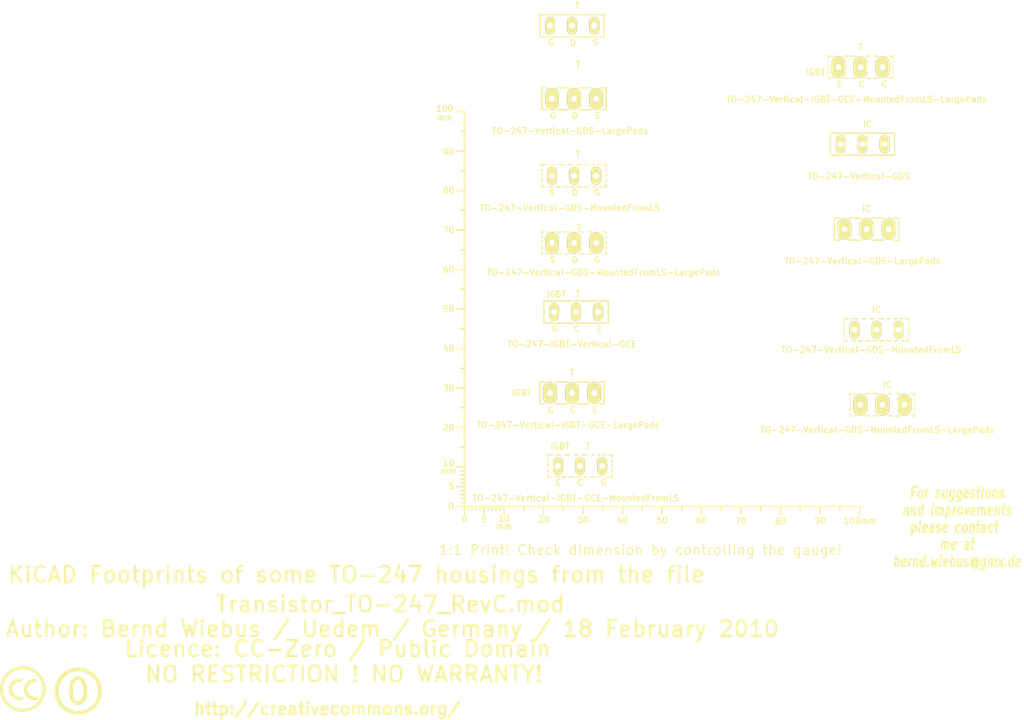
<source format=kicad_pcb>
(kicad_pcb (version 3) (host pcbnew "(2013-03-30 BZR 4007)-stable")

  (general
    (links 0)
    (no_connects 0)
    (area -16.90696 13.2516 274.043066 197.1694)
    (thickness 1.6002)
    (drawings 7)
    (tracks 0)
    (zones 0)
    (modules 15)
    (nets 1)
  )

  (page A4)
  (layers
    (15 Vorderseite signal)
    (0 Rückseite signal)
    (16 B.Adhes user)
    (17 F.Adhes user)
    (18 B.Paste user)
    (19 F.Paste user)
    (20 B.SilkS user)
    (21 F.SilkS user)
    (22 B.Mask user)
    (23 F.Mask user)
    (24 Dwgs.User user)
    (25 Cmts.User user)
    (26 Eco1.User user)
    (27 Eco2.User user)
    (28 Edge.Cuts user)
  )

  (setup
    (last_trace_width 0.2032)
    (trace_clearance 0.254)
    (zone_clearance 0.508)
    (zone_45_only no)
    (trace_min 0.2032)
    (segment_width 0.381)
    (edge_width 0.381)
    (via_size 0.889)
    (via_drill 0.635)
    (via_min_size 0.889)
    (via_min_drill 0.508)
    (uvia_size 0.508)
    (uvia_drill 0.127)
    (uvias_allowed no)
    (uvia_min_size 0.508)
    (uvia_min_drill 0.127)
    (pcb_text_width 0.3048)
    (pcb_text_size 1.524 2.032)
    (mod_edge_width 0.381)
    (mod_text_size 1.524 1.524)
    (mod_text_width 0.3048)
    (pad_size 4.0005 4.0005)
    (pad_drill 4.0005)
    (pad_to_mask_clearance 0.254)
    (aux_axis_origin 0 0)
    (visible_elements 7FFFFFFF)
    (pcbplotparams
      (layerselection 3178497)
      (usegerberextensions true)
      (excludeedgelayer true)
      (linewidth 60)
      (plotframeref false)
      (viasonmask false)
      (mode 1)
      (useauxorigin false)
      (hpglpennumber 1)
      (hpglpenspeed 20)
      (hpglpendiameter 15)
      (hpglpenoverlay 0)
      (psnegative false)
      (psa4output false)
      (plotreference true)
      (plotvalue true)
      (plotothertext true)
      (plotinvisibletext false)
      (padsonsilk false)
      (subtractmaskfromsilk false)
      (outputformat 1)
      (mirror false)
      (drillshape 1)
      (scaleselection 1)
      (outputdirectory ""))
  )

  (net 0 "")

  (net_class Default "Dies ist die voreingestellte Netzklasse."
    (clearance 0.254)
    (trace_width 0.2032)
    (via_dia 0.889)
    (via_drill 0.635)
    (uvia_dia 0.508)
    (uvia_drill 0.127)
    (add_net "")
  )

  (module Gauge_100mm_Type2_SilkScreenTop_RevA_Date22Jun2010 (layer Vorderseite) (tedit 4D963937) (tstamp 4D88F07A)
    (at 132.75056 141.2494)
    (descr "Gauge, Massstab, 100mm, SilkScreenTop, Type 2,")
    (tags "Gauge, Massstab, 100mm, SilkScreenTop, Type 2,")
    (path Gauge_100mm_Type2_SilkScreenTop_RevA_Date22Jun2010)
    (fp_text reference MSC (at 4.0005 8.99922) (layer F.SilkS) hide
      (effects (font (size 1.524 1.524) (thickness 0.3048)))
    )
    (fp_text value Gauge_100mm_Type2_SilkScreenTop_RevA_Date22Jun2010 (at 45.9994 8.99922) (layer F.SilkS) hide
      (effects (font (size 1.524 1.524) (thickness 0.3048)))
    )
    (fp_text user mm (at 9.99998 5.00126) (layer F.SilkS)
      (effects (font (size 1.524 1.524) (thickness 0.3048)))
    )
    (fp_text user mm (at -4.0005 -8.99922) (layer F.SilkS)
      (effects (font (size 1.524 1.524) (thickness 0.3048)))
    )
    (fp_text user mm (at -5.00126 -98.5012) (layer F.SilkS)
      (effects (font (size 1.524 1.524) (thickness 0.3048)))
    )
    (fp_text user 10 (at 10.00506 3.0988) (layer F.SilkS)
      (effects (font (size 1.50114 1.50114) (thickness 0.29972)))
    )
    (fp_text user 0 (at 0.00508 3.19786) (layer F.SilkS)
      (effects (font (size 1.39954 1.50114) (thickness 0.29972)))
    )
    (fp_text user 5 (at 5.0038 3.29946) (layer F.SilkS)
      (effects (font (size 1.50114 1.50114) (thickness 0.29972)))
    )
    (fp_text user 20 (at 20.1041 3.29946) (layer F.SilkS)
      (effects (font (size 1.50114 1.50114) (thickness 0.29972)))
    )
    (fp_text user 30 (at 30.00502 3.39852) (layer F.SilkS)
      (effects (font (size 1.50114 1.50114) (thickness 0.29972)))
    )
    (fp_text user 40 (at 40.005 3.50012) (layer F.SilkS)
      (effects (font (size 1.50114 1.50114) (thickness 0.29972)))
    )
    (fp_text user 50 (at 50.00498 3.50012) (layer F.SilkS)
      (effects (font (size 1.50114 1.50114) (thickness 0.29972)))
    )
    (fp_text user 60 (at 60.00496 3.50012) (layer F.SilkS)
      (effects (font (size 1.50114 1.50114) (thickness 0.29972)))
    )
    (fp_text user 70 (at 70.00494 3.70078) (layer F.SilkS)
      (effects (font (size 1.50114 1.50114) (thickness 0.29972)))
    )
    (fp_text user 80 (at 80.00492 3.79984) (layer F.SilkS)
      (effects (font (size 1.50114 1.50114) (thickness 0.29972)))
    )
    (fp_text user 90 (at 90.1065 3.60172) (layer F.SilkS)
      (effects (font (size 1.50114 1.50114) (thickness 0.29972)))
    )
    (fp_text user 100mm (at 100.10648 3.60172) (layer F.SilkS)
      (effects (font (size 1.50114 1.50114) (thickness 0.29972)))
    )
    (fp_line (start 0 -8.99922) (end -1.00076 -8.99922) (layer F.SilkS) (width 0.381))
    (fp_line (start 0 -8.001) (end -1.00076 -8.001) (layer F.SilkS) (width 0.381))
    (fp_line (start 0 -7.00024) (end -1.00076 -7.00024) (layer F.SilkS) (width 0.381))
    (fp_line (start 0 -5.99948) (end -1.00076 -5.99948) (layer F.SilkS) (width 0.381))
    (fp_line (start 0 -4.0005) (end -1.00076 -4.0005) (layer F.SilkS) (width 0.381))
    (fp_line (start 0 -2.99974) (end -1.00076 -2.99974) (layer F.SilkS) (width 0.381))
    (fp_line (start 0 -1.99898) (end -1.00076 -1.99898) (layer F.SilkS) (width 0.381))
    (fp_line (start 0 -1.00076) (end -1.00076 -1.00076) (layer F.SilkS) (width 0.381))
    (fp_line (start 0 0) (end -1.99898 0) (layer F.SilkS) (width 0.381))
    (fp_line (start 0 -5.00126) (end -1.99898 -5.00126) (layer F.SilkS) (width 0.381))
    (fp_line (start 0 -9.99998) (end -1.99898 -9.99998) (layer F.SilkS) (width 0.381))
    (fp_line (start 0 -15.00124) (end -1.00076 -15.00124) (layer F.SilkS) (width 0.381))
    (fp_line (start 0 -19.99996) (end -1.99898 -19.99996) (layer F.SilkS) (width 0.381))
    (fp_line (start 0 -25.00122) (end -1.00076 -25.00122) (layer F.SilkS) (width 0.381))
    (fp_line (start 0 -29.99994) (end -1.99898 -29.99994) (layer F.SilkS) (width 0.381))
    (fp_line (start 0 -35.0012) (end -1.00076 -35.0012) (layer F.SilkS) (width 0.381))
    (fp_line (start 0 -39.99992) (end -1.99898 -39.99992) (layer F.SilkS) (width 0.381))
    (fp_line (start 0 -45.00118) (end -1.00076 -45.00118) (layer F.SilkS) (width 0.381))
    (fp_line (start 0 -49.9999) (end -1.99898 -49.9999) (layer F.SilkS) (width 0.381))
    (fp_line (start 0 -55.00116) (end -1.00076 -55.00116) (layer F.SilkS) (width 0.381))
    (fp_line (start 0 -59.99988) (end -1.99898 -59.99988) (layer F.SilkS) (width 0.381))
    (fp_line (start 0 -65.00114) (end -1.00076 -65.00114) (layer F.SilkS) (width 0.381))
    (fp_line (start 0 -69.99986) (end -1.99898 -69.99986) (layer F.SilkS) (width 0.381))
    (fp_line (start 0 -75.00112) (end -1.00076 -75.00112) (layer F.SilkS) (width 0.381))
    (fp_line (start 0 -79.99984) (end -1.99898 -79.99984) (layer F.SilkS) (width 0.381))
    (fp_line (start 0 -85.0011) (end -1.00076 -85.0011) (layer F.SilkS) (width 0.381))
    (fp_line (start 0 -89.99982) (end -1.99898 -89.99982) (layer F.SilkS) (width 0.381))
    (fp_line (start 0 -95.00108) (end -1.00076 -95.00108) (layer F.SilkS) (width 0.381))
    (fp_line (start 0 0) (end 0 -99.9998) (layer F.SilkS) (width 0.381))
    (fp_line (start 0 -99.9998) (end -1.99898 -99.9998) (layer F.SilkS) (width 0.381))
    (fp_text user 100 (at -4.99872 -100.7491) (layer F.SilkS)
      (effects (font (size 1.50114 1.50114) (thickness 0.29972)))
    )
    (fp_text user 90 (at -4.0005 -89.7509) (layer F.SilkS)
      (effects (font (size 1.50114 1.50114) (thickness 0.29972)))
    )
    (fp_text user 80 (at -4.0005 -79.99984) (layer F.SilkS)
      (effects (font (size 1.50114 1.50114) (thickness 0.29972)))
    )
    (fp_text user 70 (at -4.0005 -69.99986) (layer F.SilkS)
      (effects (font (size 1.50114 1.50114) (thickness 0.29972)))
    )
    (fp_text user 60 (at -4.0005 -59.99988) (layer F.SilkS)
      (effects (font (size 1.50114 1.50114) (thickness 0.29972)))
    )
    (fp_text user 50 (at -4.0005 -49.9999) (layer F.SilkS)
      (effects (font (size 1.50114 1.50114) (thickness 0.34036)))
    )
    (fp_text user 40 (at -4.0005 -39.99992) (layer F.SilkS)
      (effects (font (size 1.50114 1.50114) (thickness 0.29972)))
    )
    (fp_text user 30 (at -4.0005 -29.99994) (layer F.SilkS)
      (effects (font (size 1.50114 1.50114) (thickness 0.29972)))
    )
    (fp_text user 20 (at -4.0005 -19.99996) (layer F.SilkS)
      (effects (font (size 1.50114 1.50114) (thickness 0.29972)))
    )
    (fp_line (start 95.00108 0) (end 95.00108 1.00076) (layer F.SilkS) (width 0.381))
    (fp_line (start 89.99982 0) (end 89.99982 1.99898) (layer F.SilkS) (width 0.381))
    (fp_line (start 85.0011 0) (end 85.0011 1.00076) (layer F.SilkS) (width 0.381))
    (fp_line (start 79.99984 0) (end 79.99984 1.99898) (layer F.SilkS) (width 0.381))
    (fp_line (start 75.00112 0) (end 75.00112 1.00076) (layer F.SilkS) (width 0.381))
    (fp_line (start 69.99986 0) (end 69.99986 1.99898) (layer F.SilkS) (width 0.381))
    (fp_line (start 65.00114 0) (end 65.00114 1.00076) (layer F.SilkS) (width 0.381))
    (fp_line (start 59.99988 0) (end 59.99988 1.99898) (layer F.SilkS) (width 0.381))
    (fp_line (start 55.00116 0) (end 55.00116 1.00076) (layer F.SilkS) (width 0.381))
    (fp_line (start 49.9999 0) (end 49.9999 1.99898) (layer F.SilkS) (width 0.381))
    (fp_line (start 45.00118 0) (end 45.00118 1.00076) (layer F.SilkS) (width 0.381))
    (fp_line (start 39.99992 0) (end 39.99992 1.99898) (layer F.SilkS) (width 0.381))
    (fp_line (start 35.0012 0) (end 35.0012 1.00076) (layer F.SilkS) (width 0.381))
    (fp_line (start 29.99994 0) (end 29.99994 1.99898) (layer F.SilkS) (width 0.381))
    (fp_line (start 25.00122 0) (end 25.00122 1.00076) (layer F.SilkS) (width 0.381))
    (fp_line (start 19.99996 0) (end 19.99996 1.99898) (layer F.SilkS) (width 0.381))
    (fp_line (start 15.00124 0) (end 15.00124 1.00076) (layer F.SilkS) (width 0.381))
    (fp_line (start 9.99998 0) (end 99.9998 0) (layer F.SilkS) (width 0.381))
    (fp_line (start 99.9998 0) (end 99.9998 1.99898) (layer F.SilkS) (width 0.381))
    (fp_text user 5 (at -3.302 -5.10286) (layer F.SilkS)
      (effects (font (size 1.50114 1.50114) (thickness 0.29972)))
    )
    (fp_text user 0 (at -3.4036 -0.10414) (layer F.SilkS)
      (effects (font (size 1.50114 1.50114) (thickness 0.29972)))
    )
    (fp_text user 10 (at -4.0005 -11.00074) (layer F.SilkS)
      (effects (font (size 1.50114 1.50114) (thickness 0.29972)))
    )
    (fp_line (start 8.99922 0) (end 8.99922 1.00076) (layer F.SilkS) (width 0.381))
    (fp_line (start 8.001 0) (end 8.001 1.00076) (layer F.SilkS) (width 0.381))
    (fp_line (start 7.00024 0) (end 7.00024 1.00076) (layer F.SilkS) (width 0.381))
    (fp_line (start 5.99948 0) (end 5.99948 1.00076) (layer F.SilkS) (width 0.381))
    (fp_line (start 4.0005 0) (end 4.0005 1.00076) (layer F.SilkS) (width 0.381))
    (fp_line (start 2.99974 0) (end 2.99974 1.00076) (layer F.SilkS) (width 0.381))
    (fp_line (start 1.99898 0) (end 1.99898 1.00076) (layer F.SilkS) (width 0.381))
    (fp_line (start 1.00076 0) (end 1.00076 1.00076) (layer F.SilkS) (width 0.381))
    (fp_line (start 5.00126 0) (end 5.00126 1.99898) (layer F.SilkS) (width 0.381))
    (fp_line (start 0 0) (end 0 1.99898) (layer F.SilkS) (width 0.381))
    (fp_line (start 0 0) (end 9.99998 0) (layer F.SilkS) (width 0.381))
    (fp_line (start 9.99998 0) (end 9.99998 1.99898) (layer F.SilkS) (width 0.381))
  )

  (module Symbol_CC-PublicDomain_SilkScreenTop_Big (layer Vorderseite) (tedit 515D641F) (tstamp 515F0B64)
    (at 35 188)
    (descr "Symbol, CC-PublicDomain, SilkScreen Top, Big,")
    (tags "Symbol, CC-PublicDomain, SilkScreen Top, Big,")
    (path Symbol_CC-Noncommercial_CopperTop_Big)
    (fp_text reference Sym (at 0.59944 -7.29996) (layer F.SilkS) hide
      (effects (font (size 1.524 1.524) (thickness 0.3048)))
    )
    (fp_text value Symbol_CC-PublicDomain_SilkScreenTop_Big (at 0.59944 8.001) (layer F.SilkS) hide
      (effects (font (size 1.524 1.524) (thickness 0.3048)))
    )
    (fp_circle (center 0 0) (end 5.8 -0.05) (layer F.SilkS) (width 0.381))
    (fp_circle (center 0 0) (end 5.5 0) (layer F.SilkS) (width 0.381))
    (fp_circle (center 0.05 0) (end 5.25 0) (layer F.SilkS) (width 0.381))
    (fp_line (start 1.1 -2.5) (end 1.4 -1.9) (layer F.SilkS) (width 0.381))
    (fp_line (start -1.8 1.2) (end -1.6 1.9) (layer F.SilkS) (width 0.381))
    (fp_line (start -1.6 1.9) (end -1.2 2.5) (layer F.SilkS) (width 0.381))
    (fp_line (start 0 -3) (end 0.75 -2.75) (layer F.SilkS) (width 0.381))
    (fp_line (start 0.75 -2.75) (end 1 -2.25) (layer F.SilkS) (width 0.381))
    (fp_line (start 1 -2.25) (end 1.5 -1) (layer F.SilkS) (width 0.381))
    (fp_line (start 1.5 -1) (end 1.5 -0.5) (layer F.SilkS) (width 0.381))
    (fp_line (start 1.5 -0.5) (end 1.5 0.5) (layer F.SilkS) (width 0.381))
    (fp_line (start 1.5 0.5) (end 1.25 1.5) (layer F.SilkS) (width 0.381))
    (fp_line (start 1.25 1.5) (end 0.75 2.5) (layer F.SilkS) (width 0.381))
    (fp_line (start 0.75 2.5) (end 0.25 2.75) (layer F.SilkS) (width 0.381))
    (fp_line (start 0.25 2.75) (end -0.25 2.75) (layer F.SilkS) (width 0.381))
    (fp_line (start -0.25 2.75) (end -0.75 2.5) (layer F.SilkS) (width 0.381))
    (fp_line (start -0.75 2.5) (end -1.25 1.75) (layer F.SilkS) (width 0.381))
    (fp_line (start -1.25 1.75) (end -1.5 0.75) (layer F.SilkS) (width 0.381))
    (fp_line (start -1.5 0.75) (end -1.5 -0.75) (layer F.SilkS) (width 0.381))
    (fp_line (start -1.5 -0.75) (end -1.25 -1.75) (layer F.SilkS) (width 0.381))
    (fp_line (start -1.25 -1.75) (end -1 -2.5) (layer F.SilkS) (width 0.381))
    (fp_line (start -1 -2.5) (end -0.3 -2.9) (layer F.SilkS) (width 0.381))
    (fp_line (start -0.3 -2.9) (end 0.2 -3) (layer F.SilkS) (width 0.381))
    (fp_line (start 0.2 -3) (end 0.8 -3) (layer F.SilkS) (width 0.381))
    (fp_line (start 0.8 -3) (end 1.4 -2.3) (layer F.SilkS) (width 0.381))
    (fp_line (start 1.4 -2.3) (end 1.6 -1.4) (layer F.SilkS) (width 0.381))
    (fp_line (start 1.6 -1.4) (end 1.7 -0.3) (layer F.SilkS) (width 0.381))
    (fp_line (start 1.7 -0.3) (end 1.7 0.9) (layer F.SilkS) (width 0.381))
    (fp_line (start 1.7 0.9) (end 1.4 1.8) (layer F.SilkS) (width 0.381))
    (fp_line (start 1.4 1.8) (end 1 2.7) (layer F.SilkS) (width 0.381))
    (fp_line (start 1 2.7) (end 0.5 3) (layer F.SilkS) (width 0.381))
    (fp_line (start 0.5 3) (end -0.4 3) (layer F.SilkS) (width 0.381))
    (fp_line (start -0.4 3) (end -1.3 2.3) (layer F.SilkS) (width 0.381))
    (fp_line (start -1.3 2.3) (end -1.7 1) (layer F.SilkS) (width 0.381))
    (fp_line (start -1.7 1) (end -1.8 -0.7) (layer F.SilkS) (width 0.381))
    (fp_line (start -1.8 -0.7) (end -1.4 -2.2) (layer F.SilkS) (width 0.381))
    (fp_line (start -1.4 -2.2) (end -1 -2.9) (layer F.SilkS) (width 0.381))
    (fp_line (start -1 -2.9) (end -0.2 -3.3) (layer F.SilkS) (width 0.381))
    (fp_line (start -0.2 -3.3) (end 0.7 -3.2) (layer F.SilkS) (width 0.381))
    (fp_line (start 0.7 -3.2) (end 1.3 -3.1) (layer F.SilkS) (width 0.381))
    (fp_line (start 1.3 -3.1) (end 1.7 -2.4) (layer F.SilkS) (width 0.381))
    (fp_line (start 1.7 -2.4) (end 2 -1.6) (layer F.SilkS) (width 0.381))
    (fp_line (start 2 -1.6) (end 2.1 -0.6) (layer F.SilkS) (width 0.381))
    (fp_line (start 2.1 -0.6) (end 2.1 0.3) (layer F.SilkS) (width 0.381))
    (fp_line (start 2.1 0.3) (end 2.1 1.3) (layer F.SilkS) (width 0.381))
    (fp_line (start 2.1 1.3) (end 1.9 1.8) (layer F.SilkS) (width 0.381))
    (fp_line (start 1.9 1.8) (end 1.5 2.6) (layer F.SilkS) (width 0.381))
    (fp_line (start 1.5 2.6) (end 1.1 3) (layer F.SilkS) (width 0.381))
    (fp_line (start 1.1 3) (end 0.4 3.3) (layer F.SilkS) (width 0.381))
    (fp_line (start 0.4 3.3) (end -0.1 3.4) (layer F.SilkS) (width 0.381))
    (fp_line (start -0.1 3.4) (end -0.8 3.2) (layer F.SilkS) (width 0.381))
    (fp_line (start -0.8 3.2) (end -1.5 2.6) (layer F.SilkS) (width 0.381))
    (fp_line (start -1.5 2.6) (end -1.9 1.7) (layer F.SilkS) (width 0.381))
    (fp_line (start -1.9 1.7) (end -2.1 0.4) (layer F.SilkS) (width 0.381))
    (fp_line (start -2.1 0.4) (end -2.1 -0.6) (layer F.SilkS) (width 0.381))
    (fp_line (start -2.1 -0.6) (end -2 -1.6) (layer F.SilkS) (width 0.381))
    (fp_line (start -2 -1.6) (end -1.7 -2.4) (layer F.SilkS) (width 0.381))
    (fp_line (start -1.7 -2.4) (end -1.2 -3.1) (layer F.SilkS) (width 0.381))
    (fp_line (start -1.2 -3.1) (end -0.4 -3.6) (layer F.SilkS) (width 0.381))
    (fp_line (start -0.4 -3.6) (end 0.4 -3.6) (layer F.SilkS) (width 0.381))
    (fp_line (start 0.4 -3.6) (end 1.1 -3.2) (layer F.SilkS) (width 0.381))
    (fp_line (start 1.1 -3.2) (end 1.1 -2.9) (layer F.SilkS) (width 0.381))
    (fp_line (start 1.1 -2.9) (end 1.8 -1.5) (layer F.SilkS) (width 0.381))
    (fp_line (start 1.8 -1.5) (end 1.8 -0.4) (layer F.SilkS) (width 0.381))
    (fp_line (start 1.8 -0.4) (end 1.8 1.1) (layer F.SilkS) (width 0.381))
    (fp_line (start 1.8 1.1) (end 1.2 2.6) (layer F.SilkS) (width 0.381))
    (fp_line (start 1.2 2.6) (end 0.2 3.2) (layer F.SilkS) (width 0.381))
    (fp_line (start 0.2 3.2) (end -0.5 3.2) (layer F.SilkS) (width 0.381))
    (fp_line (start -0.5 3.2) (end -1.1 2.7) (layer F.SilkS) (width 0.381))
    (fp_line (start -1.1 2.7) (end -1.9 0.6) (layer F.SilkS) (width 0.381))
    (fp_line (start -1.9 0.6) (end -1.7 -1.9) (layer F.SilkS) (width 0.381))
  )

  (module Symbol_CreativeCommons_SilkScreenTop_Type2_Big (layer Vorderseite) (tedit 515D640C) (tstamp 515F46B2)
    (at 21 187.5)
    (descr "Symbol, Creative Commons, SilkScreen Top, Type 2, Big,")
    (tags "Symbol, Creative Commons, SilkScreen Top, Type 2, Big,")
    (path Symbol_CreativeCommons_CopperTop_Type2_Big)
    (fp_text reference Sym (at 0.59944 -7.29996) (layer F.SilkS) hide
      (effects (font (size 1.524 1.524) (thickness 0.3048)))
    )
    (fp_text value Symbol_CreativeCommons_Typ2_SilkScreenTop_Big (at 0.59944 8.001) (layer F.SilkS) hide
      (effects (font (size 1.524 1.524) (thickness 0.3048)))
    )
    (fp_line (start -0.70104 2.70002) (end -0.29972 2.60096) (layer F.SilkS) (width 0.381))
    (fp_line (start -0.29972 2.60096) (end -0.20066 2.10058) (layer F.SilkS) (width 0.381))
    (fp_line (start -2.49936 -1.69926) (end -2.70002 -1.6002) (layer F.SilkS) (width 0.381))
    (fp_line (start -2.70002 -1.6002) (end -3.0988 -1.00076) (layer F.SilkS) (width 0.381))
    (fp_line (start -3.0988 -1.00076) (end -3.29946 -0.50038) (layer F.SilkS) (width 0.381))
    (fp_line (start -3.29946 -0.50038) (end -3.40106 0.39878) (layer F.SilkS) (width 0.381))
    (fp_line (start -3.40106 0.39878) (end -3.29946 0.89916) (layer F.SilkS) (width 0.381))
    (fp_line (start -0.19812 2.4003) (end -0.29718 2.59842) (layer F.SilkS) (width 0.381))
    (fp_line (start 3.70078 2.10058) (end 3.79984 2.4003) (layer F.SilkS) (width 0.381))
    (fp_line (start 2.99974 -2.4003) (end 3.29946 -2.30124) (layer F.SilkS) (width 0.381))
    (fp_line (start 3.29946 -2.30124) (end 3.0988 -1.99898) (layer F.SilkS) (width 0.381))
    (fp_line (start 0 -5.40004) (end -0.50038 -5.40004) (layer F.SilkS) (width 0.381))
    (fp_line (start -0.50038 -5.40004) (end -1.30048 -5.10032) (layer F.SilkS) (width 0.381))
    (fp_line (start -1.30048 -5.10032) (end -1.99898 -4.89966) (layer F.SilkS) (width 0.381))
    (fp_line (start -1.99898 -4.89966) (end -2.70002 -4.699) (layer F.SilkS) (width 0.381))
    (fp_line (start -2.70002 -4.699) (end -3.29946 -4.20116) (layer F.SilkS) (width 0.381))
    (fp_line (start -3.29946 -4.20116) (end -4.0005 -3.59918) (layer F.SilkS) (width 0.381))
    (fp_line (start -4.0005 -3.59918) (end -4.50088 -2.99974) (layer F.SilkS) (width 0.381))
    (fp_line (start -4.50088 -2.99974) (end -5.00126 -2.10058) (layer F.SilkS) (width 0.381))
    (fp_line (start -5.00126 -2.10058) (end -5.30098 -1.09982) (layer F.SilkS) (width 0.381))
    (fp_line (start -5.30098 -1.09982) (end -5.40004 0.09906) (layer F.SilkS) (width 0.381))
    (fp_line (start -5.40004 0.09906) (end -5.19938 1.30048) (layer F.SilkS) (width 0.381))
    (fp_line (start -5.19938 1.30048) (end -4.8006 2.4003) (layer F.SilkS) (width 0.381))
    (fp_line (start -4.8006 2.4003) (end -3.79984 3.8989) (layer F.SilkS) (width 0.381))
    (fp_line (start -3.79984 3.8989) (end -2.60096 4.8006) (layer F.SilkS) (width 0.381))
    (fp_line (start -2.60096 4.8006) (end -1.30048 5.30098) (layer F.SilkS) (width 0.381))
    (fp_line (start -1.30048 5.30098) (end 0.09906 5.30098) (layer F.SilkS) (width 0.381))
    (fp_line (start 0.09906 5.30098) (end 1.6002 5.19938) (layer F.SilkS) (width 0.381))
    (fp_line (start 1.6002 5.19938) (end 2.60096 4.699) (layer F.SilkS) (width 0.381))
    (fp_line (start 2.60096 4.699) (end 4.20116 3.40106) (layer F.SilkS) (width 0.381))
    (fp_line (start 4.20116 3.40106) (end 5.00126 1.80086) (layer F.SilkS) (width 0.381))
    (fp_line (start 5.00126 1.80086) (end 5.40004 0.29972) (layer F.SilkS) (width 0.381))
    (fp_line (start 5.40004 0.29972) (end 5.19938 -1.39954) (layer F.SilkS) (width 0.381))
    (fp_line (start 5.19938 -1.39954) (end 4.699 -2.49936) (layer F.SilkS) (width 0.381))
    (fp_line (start 4.699 -2.49936) (end 3.40106 -4.09956) (layer F.SilkS) (width 0.381))
    (fp_line (start 3.40106 -4.09956) (end 2.4003 -4.8006) (layer F.SilkS) (width 0.381))
    (fp_line (start 2.4003 -4.8006) (end 1.39954 -5.19938) (layer F.SilkS) (width 0.381))
    (fp_line (start 1.39954 -5.19938) (end 0 -5.30098) (layer F.SilkS) (width 0.381))
    (fp_line (start 0.60198 -0.70104) (end 0.50292 -0.20066) (layer F.SilkS) (width 0.381))
    (fp_line (start 0.50292 -0.20066) (end 0.50292 0.49784) (layer F.SilkS) (width 0.381))
    (fp_line (start 0.50292 0.49784) (end 0.60198 1.09982) (layer F.SilkS) (width 0.381))
    (fp_line (start 0.60198 1.09982) (end 1.00076 1.69926) (layer F.SilkS) (width 0.381))
    (fp_line (start 1.00076 1.69926) (end 1.50114 2.19964) (layer F.SilkS) (width 0.381))
    (fp_line (start 1.50114 2.19964) (end 2.10058 2.49936) (layer F.SilkS) (width 0.381))
    (fp_line (start 2.10058 2.49936) (end 2.60096 2.59842) (layer F.SilkS) (width 0.381))
    (fp_line (start 2.60096 2.59842) (end 3.00228 2.59842) (layer F.SilkS) (width 0.381))
    (fp_line (start 3.00228 2.59842) (end 3.40106 2.59842) (layer F.SilkS) (width 0.381))
    (fp_line (start 3.40106 2.59842) (end 3.80238 2.49936) (layer F.SilkS) (width 0.381))
    (fp_line (start 3.80238 2.49936) (end 3.70078 2.2987) (layer F.SilkS) (width 0.381))
    (fp_line (start 3.70078 2.2987) (end 2.80162 2.4003) (layer F.SilkS) (width 0.381))
    (fp_line (start 2.80162 2.4003) (end 1.80086 2.09804) (layer F.SilkS) (width 0.381))
    (fp_line (start 1.80086 2.09804) (end 1.20142 1.6002) (layer F.SilkS) (width 0.381))
    (fp_line (start 1.20142 1.6002) (end 0.80264 0.6985) (layer F.SilkS) (width 0.381))
    (fp_line (start 0.80264 0.6985) (end 0.70104 -0.29972) (layer F.SilkS) (width 0.381))
    (fp_line (start 0.70104 -0.29972) (end 1.00076 -1.00076) (layer F.SilkS) (width 0.381))
    (fp_line (start 1.00076 -1.00076) (end 1.60274 -1.7018) (layer F.SilkS) (width 0.381))
    (fp_line (start 1.60274 -1.7018) (end 2.30124 -2.10058) (layer F.SilkS) (width 0.381))
    (fp_line (start 2.30124 -2.10058) (end 3.00228 -2.10058) (layer F.SilkS) (width 0.381))
    (fp_line (start 3.00228 -2.10058) (end 3.10134 -1.89992) (layer F.SilkS) (width 0.381))
    (fp_line (start 3.10134 -1.89992) (end 2.5019 -1.89992) (layer F.SilkS) (width 0.381))
    (fp_line (start 2.5019 -1.89992) (end 1.80086 -1.6002) (layer F.SilkS) (width 0.381))
    (fp_line (start 1.80086 -1.6002) (end 1.30048 -1.00076) (layer F.SilkS) (width 0.381))
    (fp_line (start 1.30048 -1.00076) (end 1.00076 -0.40132) (layer F.SilkS) (width 0.381))
    (fp_line (start 1.00076 -0.40132) (end 1.00076 0.09906) (layer F.SilkS) (width 0.381))
    (fp_line (start 1.00076 0.09906) (end 1.00076 0.6985) (layer F.SilkS) (width 0.381))
    (fp_line (start 1.00076 0.6985) (end 1.30048 1.19888) (layer F.SilkS) (width 0.381))
    (fp_line (start 1.30048 1.19888) (end 1.7018 1.69926) (layer F.SilkS) (width 0.381))
    (fp_line (start 1.7018 1.69926) (end 2.30124 1.99898) (layer F.SilkS) (width 0.381))
    (fp_line (start 2.30124 1.99898) (end 2.90068 2.09804) (layer F.SilkS) (width 0.381))
    (fp_line (start 2.90068 2.09804) (end 3.40106 2.09804) (layer F.SilkS) (width 0.381))
    (fp_line (start 3.40106 2.09804) (end 3.70078 1.99898) (layer F.SilkS) (width 0.381))
    (fp_line (start 3.00228 -2.4003) (end 2.40284 -2.4003) (layer F.SilkS) (width 0.381))
    (fp_line (start 2.40284 -2.4003) (end 2.00152 -2.20218) (layer F.SilkS) (width 0.381))
    (fp_line (start 2.00152 -2.20218) (end 1.50114 -2.00152) (layer F.SilkS) (width 0.381))
    (fp_line (start 1.50114 -2.00152) (end 1.10236 -1.6002) (layer F.SilkS) (width 0.381))
    (fp_line (start 1.10236 -1.6002) (end 0.80264 -1.09982) (layer F.SilkS) (width 0.381))
    (fp_line (start 0.80264 -1.09982) (end 0.60198 -0.70104) (layer F.SilkS) (width 0.381))
    (fp_line (start -0.39878 -1.99898) (end -0.89916 -1.99898) (layer F.SilkS) (width 0.381))
    (fp_line (start -0.89916 -1.99898) (end -1.39954 -1.89738) (layer F.SilkS) (width 0.381))
    (fp_line (start -1.39954 -1.89738) (end -1.89992 -1.59766) (layer F.SilkS) (width 0.381))
    (fp_line (start -1.89992 -1.59766) (end -2.4003 -1.19888) (layer F.SilkS) (width 0.381))
    (fp_line (start -2.4003 -1.30048) (end -2.70002 -0.8001) (layer F.SilkS) (width 0.381))
    (fp_line (start -2.70002 -0.8001) (end -2.79908 -0.29972) (layer F.SilkS) (width 0.381))
    (fp_line (start -2.79908 -0.29972) (end -2.79908 0.20066) (layer F.SilkS) (width 0.381))
    (fp_line (start -2.79908 0.20066) (end -2.59842 1.00076) (layer F.SilkS) (width 0.381))
    (fp_line (start -2.69748 1.00076) (end -2.39776 1.39954) (layer F.SilkS) (width 0.381))
    (fp_line (start -2.29616 1.4986) (end -1.79578 1.89992) (layer F.SilkS) (width 0.381))
    (fp_line (start -1.79578 1.89992) (end -1.29794 2.09804) (layer F.SilkS) (width 0.381))
    (fp_line (start -1.29794 2.09804) (end -0.89662 2.19964) (layer F.SilkS) (width 0.381))
    (fp_line (start -0.89662 2.19964) (end -0.49784 2.19964) (layer F.SilkS) (width 0.381))
    (fp_line (start -0.49784 2.19964) (end -0.19812 2.09804) (layer F.SilkS) (width 0.381))
    (fp_line (start -0.19812 2.09804) (end -0.29718 2.4003) (layer F.SilkS) (width 0.381))
    (fp_line (start -0.29718 2.4003) (end -0.89662 2.49936) (layer F.SilkS) (width 0.381))
    (fp_line (start -0.89662 2.49936) (end -1.59766 2.2987) (layer F.SilkS) (width 0.381))
    (fp_line (start -1.59766 2.2987) (end -2.29616 1.79832) (layer F.SilkS) (width 0.381))
    (fp_line (start -2.29616 1.79832) (end -2.79654 1.29794) (layer F.SilkS) (width 0.381))
    (fp_line (start -2.79908 1.39954) (end -2.99974 0.70104) (layer F.SilkS) (width 0.381))
    (fp_line (start -2.99974 0.70104) (end -3.0988 0) (layer F.SilkS) (width 0.381))
    (fp_line (start -3.0988 0) (end -2.99974 -0.59944) (layer F.SilkS) (width 0.381))
    (fp_line (start -2.99974 -0.8001) (end -2.70002 -1.30048) (layer F.SilkS) (width 0.381))
    (fp_line (start -2.70002 -1.09982) (end -2.19964 -1.6002) (layer F.SilkS) (width 0.381))
    (fp_line (start -2.19964 -1.69926) (end -1.69926 -1.99898) (layer F.SilkS) (width 0.381))
    (fp_line (start -1.69926 -1.99898) (end -1.19888 -2.19964) (layer F.SilkS) (width 0.381))
    (fp_line (start -1.19888 -2.19964) (end -0.6985 -2.19964) (layer F.SilkS) (width 0.381))
    (fp_line (start -0.6985 -2.19964) (end -0.29972 -2.19964) (layer F.SilkS) (width 0.381))
    (fp_line (start -0.29972 -2.19964) (end -0.20066 -2.39776) (layer F.SilkS) (width 0.381))
    (fp_line (start -0.20066 -2.39776) (end -0.59944 -2.49936) (layer F.SilkS) (width 0.381))
    (fp_line (start -0.59944 -2.49936) (end -1.00076 -2.49936) (layer F.SilkS) (width 0.381))
    (fp_line (start -1.00076 -2.49936) (end -1.4986 -2.39776) (layer F.SilkS) (width 0.381))
    (fp_line (start -1.4986 -2.39776) (end -2.10058 -2.09804) (layer F.SilkS) (width 0.381))
    (fp_line (start -2.10058 -2.09804) (end -2.59842 -1.69926) (layer F.SilkS) (width 0.381))
    (fp_line (start -2.59842 -1.6002) (end -3.0988 -0.89916) (layer F.SilkS) (width 0.381))
    (fp_line (start -3.0988 -0.89916) (end -3.29946 -0.29972) (layer F.SilkS) (width 0.381))
    (fp_line (start -3.29946 -0.29972) (end -3.29946 0.40132) (layer F.SilkS) (width 0.381))
    (fp_line (start -3.29946 0.40132) (end -3.2004 1.00076) (layer F.SilkS) (width 0.381))
    (fp_line (start -3.29946 0.8001) (end -2.99974 1.39954) (layer F.SilkS) (width 0.381))
    (fp_line (start -2.89814 1.4986) (end -2.49682 1.99898) (layer F.SilkS) (width 0.381))
    (fp_line (start -2.49682 1.99898) (end -1.89738 2.4003) (layer F.SilkS) (width 0.381))
    (fp_line (start -1.89738 2.4003) (end -1.19634 2.59842) (layer F.SilkS) (width 0.381))
    (fp_line (start -1.19634 2.59842) (end -0.69596 2.70002) (layer F.SilkS) (width 0.381))
    (fp_line (start -2.9972 1.19888) (end -2.59842 1.19888) (layer F.SilkS) (width 0.381))
    (fp_circle (center 0 0) (end 5.08 1.016) (layer F.SilkS) (width 0.381))
    (fp_circle (center 0 0) (end 5.588 0) (layer F.SilkS) (width 0.381))
  )

  (module TO-247_Vertical_FET-GDS (layer Vorderseite) (tedit 4BAE1FD3) (tstamp 51B0FB0F)
    (at 160 19.5)
    (descr "TO-247 TO-218 TOP-3 FET 1=Gate 2=Drain 3=Source Vertical")
    (tags "Transistor FET TO-247 TO-218 TOP-3 Vertical")
    (fp_text reference T (at 1.27 -5.08) (layer F.SilkS)
      (effects (font (size 1.524 1.524) (thickness 0.3048)))
    )
    (fp_text value TO-247-Vertical-GDS (at -1.016 8.128) (layer F.SilkS) hide
      (effects (font (size 1.524 1.524) (thickness 0.3048)))
    )
    (fp_text user S (at 5.9055 4.2545) (layer F.SilkS)
      (effects (font (size 1.50114 1.50114) (thickness 0.29972)))
    )
    (fp_text user D (at 0.254 4.318) (layer F.SilkS)
      (effects (font (size 1.50114 1.50114) (thickness 0.29972)))
    )
    (fp_text user G (at -5.334 4.2545) (layer F.SilkS)
      (effects (font (size 1.50114 1.50114) (thickness 0.29972)))
    )
    (fp_line (start 8.128 2.794) (end 8.128 -2.794) (layer F.SilkS) (width 0.381))
    (fp_line (start 8.128 -2.794) (end -8.128 -2.794) (layer F.SilkS) (width 0.381))
    (fp_line (start -8.128 -2.794) (end -8.128 2.794) (layer F.SilkS) (width 0.381))
    (fp_line (start -8.128 2.794) (end 8.128 2.794) (layer F.SilkS) (width 0.381))
    (pad D thru_hole oval (at 0 0 90) (size 4.50088 2.49936) (drill 1.50114)
      (layers *.Cu *.Mask F.SilkS)
    )
    (pad G thru_hole oval (at -5.588 0 90) (size 4.50088 2.49936) (drill 1.50114)
      (layers *.Cu *.Mask F.SilkS)
    )
    (pad S thru_hole oval (at 5.588 0 90) (size 4.50088 2.49936) (drill 1.50114)
      (layers *.Cu *.Mask F.SilkS)
    )
  )

  (module TO-247_Vertical_FET-GDS_largePads (layer Vorderseite) (tedit 51B04CCC) (tstamp 51B0FEDB)
    (at 160.5 38)
    (descr "TO-247 TO-218 TOP-3 FET 1=Gate 2=Drain 3=Source Vertical, large Pads")
    (tags "Transistor FET TO-247 TO-218 TOP-3 Vertical")
    (fp_text reference T (at 1.016 -8.636) (layer F.SilkS)
      (effects (font (size 1.524 1.524) (thickness 0.3048)))
    )
    (fp_text value TO-247-Vertical-GDS-LargePads (at -1.016 8.128) (layer F.SilkS)
      (effects (font (size 1.524 1.524) (thickness 0.3048)))
    )
    (fp_line (start 6.858 2.794) (end 8.128 2.794) (layer F.SilkS) (width 0.381))
    (fp_line (start 1.27 2.794) (end 4.318 2.794) (layer F.SilkS) (width 0.381))
    (fp_line (start -4.318 2.794) (end -1.27 2.794) (layer F.SilkS) (width 0.381))
    (fp_line (start -6.858 2.794) (end -8.128 2.794) (layer F.SilkS) (width 0.381))
    (fp_line (start 6.858 -2.794) (end 8.128 -2.794) (layer F.SilkS) (width 0.381))
    (fp_line (start 1.27 -2.794) (end 4.318 -2.794) (layer F.SilkS) (width 0.381))
    (fp_line (start -4.318 -2.794) (end -1.27 -2.794) (layer F.SilkS) (width 0.381))
    (fp_line (start -6.858 -2.794) (end -8.128 -2.794) (layer F.SilkS) (width 0.381))
    (fp_text user S (at 5.842 4.2545) (layer F.SilkS)
      (effects (font (size 1.50114 1.50114) (thickness 0.29972)))
    )
    (fp_text user D (at 0.1905 4.2545) (layer F.SilkS)
      (effects (font (size 1.50114 1.50114) (thickness 0.29972)))
    )
    (fp_text user G (at -5.2705 4.2545) (layer F.SilkS)
      (effects (font (size 1.50114 1.50114) (thickness 0.29972)))
    )
    (fp_line (start 8.128 2.794) (end 8.128 -2.794) (layer F.SilkS) (width 0.381))
    (fp_line (start -8.128 -2.794) (end -8.128 2.794) (layer F.SilkS) (width 0.381))
    (pad D thru_hole oval (at 0 0 90) (size 5.50164 3.50012) (drill 1.50114)
      (layers *.Cu *.Mask F.SilkS)
    )
    (pad G thru_hole oval (at -5.588 0 90) (size 5.50164 3.50012) (drill 1.50114)
      (layers *.Cu *.Mask F.SilkS)
    )
    (pad S thru_hole oval (at 5.588 0 90) (size 5.50164 3.50012) (drill 1.50114)
      (layers *.Cu *.Mask F.SilkS)
    )
  )

  (module TO-247_Vertical_FET-GDS_MountedFromLS (layer Vorderseite) (tedit 51B04CD9) (tstamp 51B102DB)
    (at 160.5 57.5)
    (descr "TO-247 TO-218 TOP-3 FET 1=Gate 2=Drain 3=Source, Vertical, Mounted from LS")
    (tags "Transistor FET TO-247 TO-218 TOP-3 Vertical, LS")
    (fp_text reference T (at 1 -5.5) (layer F.SilkS)
      (effects (font (size 1.524 1.524) (thickness 0.3048)))
    )
    (fp_text value TO-247-Vertical-GDS-MountedFromLS (at -1.016 8.128) (layer F.SilkS)
      (effects (font (size 1.524 1.524) (thickness 0.3048)))
    )
    (fp_line (start 8.128 1.016) (end 8.128 1.524) (layer F.SilkS) (width 0.381))
    (fp_line (start 8.128 -0.254) (end 8.128 0.254) (layer F.SilkS) (width 0.381))
    (fp_line (start 8.128 -1.524) (end 8.128 -1.016) (layer F.SilkS) (width 0.381))
    (fp_line (start 8.128 2.794) (end 8.128 2.286) (layer F.SilkS) (width 0.381))
    (fp_line (start 8.128 -2.794) (end 8.128 -2.286) (layer F.SilkS) (width 0.381))
    (fp_line (start -8.128 -1.27) (end -8.128 -1.524) (layer F.SilkS) (width 0.381))
    (fp_line (start -8.128 0) (end -8.128 -0.508) (layer F.SilkS) (width 0.381))
    (fp_line (start -8.128 1.524) (end -8.128 0.762) (layer F.SilkS) (width 0.381))
    (fp_line (start -8.128 2.794) (end -8.128 2.286) (layer F.SilkS) (width 0.381))
    (fp_line (start -8.128 -2.794) (end -8.128 -2.286) (layer F.SilkS) (width 0.381))
    (fp_line (start 7.366 2.794) (end 8.128 2.794) (layer F.SilkS) (width 0.381))
    (fp_line (start 6.35 2.794) (end 6.858 2.794) (layer F.SilkS) (width 0.381))
    (fp_line (start 4.572 2.794) (end 5.334 2.794) (layer F.SilkS) (width 0.381))
    (fp_line (start 2.54 2.794) (end 3.556 2.794) (layer F.SilkS) (width 0.381))
    (fp_line (start 1.27 2.794) (end 1.778 2.794) (layer F.SilkS) (width 0.381))
    (fp_line (start 1.27 2.794) (end 0.762 2.794) (layer F.SilkS) (width 0.381))
    (fp_line (start -1.016 2.794) (end 0 2.794) (layer F.SilkS) (width 0.381))
    (fp_line (start -2.794 2.794) (end -1.778 2.794) (layer F.SilkS) (width 0.381))
    (fp_line (start -4.572 2.794) (end -3.556 2.794) (layer F.SilkS) (width 0.381))
    (fp_line (start -6.35 2.794) (end -5.334 2.794) (layer F.SilkS) (width 0.381))
    (fp_line (start -8.128 2.794) (end -7.366 2.794) (layer F.SilkS) (width 0.381))
    (fp_line (start 5.08 -2.794) (end 4.572 -2.794) (layer F.SilkS) (width 0.381))
    (fp_line (start 6.604 -2.794) (end 5.842 -2.794) (layer F.SilkS) (width 0.381))
    (fp_line (start 8.128 -2.794) (end 7.366 -2.794) (layer F.SilkS) (width 0.381))
    (fp_line (start 2.794 -2.794) (end 3.556 -2.794) (layer F.SilkS) (width 0.381))
    (fp_line (start 0.508 -2.794) (end 1.778 -2.794) (layer F.SilkS) (width 0.381))
    (fp_line (start -1.524 -2.794) (end -0.508 -2.794) (layer F.SilkS) (width 0.381))
    (fp_line (start -3.81 -2.794) (end -2.54 -2.794) (layer F.SilkS) (width 0.381))
    (fp_line (start -6.096 -2.794) (end -4.826 -2.794) (layer F.SilkS) (width 0.381))
    (fp_line (start -8.128 -2.794) (end -7.112 -2.794) (layer F.SilkS) (width 0.381))
    (fp_text user S (at -5.588 4.2545) (layer F.SilkS)
      (effects (font (size 1.50114 1.50114) (thickness 0.29972)))
    )
    (fp_text user D (at 0.1905 4.2545) (layer F.SilkS)
      (effects (font (size 1.50114 1.50114) (thickness 0.29972)))
    )
    (fp_text user G (at 5.842 4.2545) (layer F.SilkS)
      (effects (font (size 1.50114 1.50114) (thickness 0.29972)))
    )
    (pad D thru_hole oval (at 0 0 90) (size 4.50088 2.49936) (drill 1.50114)
      (layers *.Cu *.Mask F.SilkS)
    )
    (pad S thru_hole oval (at -5.588 0 90) (size 4.50088 2.49936) (drill 1.50114)
      (layers *.Cu *.Mask F.SilkS)
    )
    (pad G thru_hole oval (at 5.588 0 90) (size 4.50088 2.49936) (drill 1.50114)
      (layers *.Cu *.Mask F.SilkS)
    )
  )

  (module TO-247_Vertical_FET-GDS_MountedFromLS_largePads (layer Vorderseite) (tedit 51B04CE5) (tstamp 51B106F9)
    (at 160.5 74.5)
    (descr "TO-247 TO-218 TOP-3 FET 1=Gate 2=Drain 3=Source, Vertical, Mounted from LS, large Pads,")
    (tags "Transistor FET TO-247 TO-218 TOP-3 Vertical, LS, large Pads")
    (fp_text reference T (at 1.27 -3.81) (layer F.SilkS)
      (effects (font (size 1.524 1.524) (thickness 0.3048)))
    )
    (fp_text value TO-247-Vertical-GDS-MountedFromLS-LargePads (at 7.5 7.5) (layer F.SilkS)
      (effects (font (size 1.524 1.524) (thickness 0.3048)))
    )
    (fp_line (start 1.524 -2.794) (end 2.286 -2.794) (layer F.SilkS) (width 0.381))
    (fp_line (start -2.54 -2.794) (end -1.27 -2.794) (layer F.SilkS) (width 0.381))
    (fp_line (start -4.318 -2.794) (end -3.302 -2.794) (layer F.SilkS) (width 0.381))
    (fp_line (start -7.62 -2.794) (end -8.128 -2.794) (layer F.SilkS) (width 0.381))
    (fp_line (start -8.128 -2.794) (end -7.874 -2.794) (layer F.SilkS) (width 0.381))
    (fp_line (start -6.858 -2.794) (end -7.112 -2.794) (layer F.SilkS) (width 0.381))
    (fp_line (start 2.54 2.794) (end 1.524 2.794) (layer F.SilkS) (width 0.381))
    (fp_line (start -7.112 2.794) (end -6.858 2.794) (layer F.SilkS) (width 0.381))
    (fp_line (start -7.874 2.794) (end -7.62 2.794) (layer F.SilkS) (width 0.381))
    (fp_line (start -4.318 2.794) (end -3.302 2.794) (layer F.SilkS) (width 0.381))
    (fp_line (start 8.128 1.016) (end 8.128 1.524) (layer F.SilkS) (width 0.381))
    (fp_line (start 8.128 -0.254) (end 8.128 0.254) (layer F.SilkS) (width 0.381))
    (fp_line (start 8.128 -1.524) (end 8.128 -1.016) (layer F.SilkS) (width 0.381))
    (fp_line (start 8.128 2.794) (end 8.128 2.286) (layer F.SilkS) (width 0.381))
    (fp_line (start 8.128 -2.794) (end 8.128 -2.286) (layer F.SilkS) (width 0.381))
    (fp_line (start -8.128 -1.27) (end -8.128 -1.524) (layer F.SilkS) (width 0.381))
    (fp_line (start -8.128 0) (end -8.128 -0.508) (layer F.SilkS) (width 0.381))
    (fp_line (start -8.128 1.524) (end -8.128 0.762) (layer F.SilkS) (width 0.381))
    (fp_line (start -8.128 2.794) (end -8.128 2.286) (layer F.SilkS) (width 0.381))
    (fp_line (start -8.128 -2.794) (end -8.128 -2.286) (layer F.SilkS) (width 0.381))
    (fp_line (start 7.366 2.794) (end 8.128 2.794) (layer F.SilkS) (width 0.381))
    (fp_line (start 3.302 2.794) (end 4.318 2.794) (layer F.SilkS) (width 0.381))
    (fp_line (start -2.286 2.794) (end -1.27 2.794) (layer F.SilkS) (width 0.381))
    (fp_line (start 8.128 -2.794) (end 7.366 -2.794) (layer F.SilkS) (width 0.381))
    (fp_line (start 3.556 -2.794) (end 4.318 -2.794) (layer F.SilkS) (width 0.381))
    (fp_text user S (at -5.461 4.191) (layer F.SilkS)
      (effects (font (size 1.50114 1.50114) (thickness 0.29972)))
    )
    (fp_text user D (at 0.1905 4.2545) (layer F.SilkS)
      (effects (font (size 1.50114 1.50114) (thickness 0.29972)))
    )
    (fp_text user G (at 5.842 4.2545) (layer F.SilkS)
      (effects (font (size 1.50114 1.50114) (thickness 0.29972)))
    )
    (pad D thru_hole oval (at 0 0 90) (size 5.50164 3.50012) (drill 1.50114)
      (layers *.Cu *.Mask F.SilkS)
    )
    (pad S thru_hole oval (at -5.588 0 90) (size 5.50164 3.50012) (drill 1.50114)
      (layers *.Cu *.Mask F.SilkS)
    )
    (pad G thru_hole oval (at 5.588 0 90) (size 5.50164 3.50012) (drill 1.50114)
      (layers *.Cu *.Mask F.SilkS)
    )
  )

  (module TO-247_Vertical_IGBT-GCE (layer Vorderseite) (tedit 51B04D10) (tstamp 51B10B09)
    (at 161 92)
    (descr "TO-247 TO-218 TOP-3 IGBT 1=Gate 2=Collector 3=Emitter, Vertical")
    (tags "Transistor IGBT GCE TO-247 TO-218 TOP-3 Vertical")
    (fp_text reference T (at 0.5 -4.5) (layer F.SilkS)
      (effects (font (size 1.524 1.524) (thickness 0.3048)))
    )
    (fp_text value TO-247-IGBT-Vertical-GCE (at -1.016 8.128) (layer F.SilkS)
      (effects (font (size 1.524 1.524) (thickness 0.3048)))
    )
    (fp_text user IGBT (at -5 -4.5) (layer F.SilkS)
      (effects (font (size 1.524 1.524) (thickness 0.3048)))
    )
    (fp_text user E (at 5.9055 4.2545) (layer F.SilkS)
      (effects (font (size 1.50114 1.50114) (thickness 0.29972)))
    )
    (fp_text user C (at 0.1905 4.2545) (layer F.SilkS)
      (effects (font (size 1.50114 1.50114) (thickness 0.29972)))
    )
    (fp_text user G (at -5.3975 4.2545) (layer F.SilkS)
      (effects (font (size 1.50114 1.50114) (thickness 0.29972)))
    )
    (fp_line (start 8.128 2.794) (end 8.128 -2.794) (layer F.SilkS) (width 0.381))
    (fp_line (start 8.128 -2.794) (end -8.128 -2.794) (layer F.SilkS) (width 0.381))
    (fp_line (start -8.128 -2.794) (end -8.128 2.794) (layer F.SilkS) (width 0.381))
    (fp_line (start -8.128 2.794) (end 8.128 2.794) (layer F.SilkS) (width 0.381))
    (pad C thru_hole oval (at 0 0 90) (size 4.50088 2.49936) (drill 1.50114)
      (layers *.Cu *.Mask F.SilkS)
    )
    (pad G thru_hole oval (at -5.588 0 90) (size 4.50088 2.49936) (drill 1.50114)
      (layers *.Cu *.Mask F.SilkS)
    )
    (pad E thru_hole oval (at 5.588 0 90) (size 4.50088 2.49936) (drill 1.50114)
      (layers *.Cu *.Mask F.SilkS)
    )
  )

  (module TO-247_Vertical_IGBT-GCE_largePads (layer Vorderseite) (tedit 51B04D2E) (tstamp 51B10ED9)
    (at 160 112.5)
    (descr "TO-247 TO-218 TOP-3 IGBT 1=Gate 2=Collector 3=Emitter Vertical, large Pads")
    (tags "Transistor IGBT GCE TO-247 TO-218 TOP-3 Vertical, large Pads")
    (fp_text reference T (at 0 -5.08) (layer F.SilkS)
      (effects (font (size 1.524 1.524) (thickness 0.3048)))
    )
    (fp_text value TO-247-Vertical-IGBT-GCE-LargePads (at -1.016 8.128) (layer F.SilkS)
      (effects (font (size 1.524 1.524) (thickness 0.3048)))
    )
    (fp_text user IGBT (at -12.7 0) (layer F.SilkS)
      (effects (font (size 1.50114 1.524) (thickness 0.3048)))
    )
    (fp_line (start 6.858 2.794) (end 8.128 2.794) (layer F.SilkS) (width 0.381))
    (fp_line (start 1.27 2.794) (end 4.318 2.794) (layer F.SilkS) (width 0.381))
    (fp_line (start -4.318 2.794) (end -1.27 2.794) (layer F.SilkS) (width 0.381))
    (fp_line (start -6.858 2.794) (end -8.128 2.794) (layer F.SilkS) (width 0.381))
    (fp_line (start 6.858 -2.794) (end 8.128 -2.794) (layer F.SilkS) (width 0.381))
    (fp_line (start 1.27 -2.794) (end 4.318 -2.794) (layer F.SilkS) (width 0.381))
    (fp_line (start -4.318 -2.794) (end -1.27 -2.794) (layer F.SilkS) (width 0.381))
    (fp_line (start -6.858 -2.794) (end -8.128 -2.794) (layer F.SilkS) (width 0.381))
    (fp_text user E (at 5.842 4.2545) (layer F.SilkS)
      (effects (font (size 1.50114 1.50114) (thickness 0.29972)))
    )
    (fp_text user C (at 0.254 4.2545) (layer F.SilkS)
      (effects (font (size 1.50114 1.50114) (thickness 0.29972)))
    )
    (fp_text user G (at -5.461 4.318) (layer F.SilkS)
      (effects (font (size 1.50114 1.50114) (thickness 0.29972)))
    )
    (fp_line (start 8.128 2.794) (end 8.128 -2.794) (layer F.SilkS) (width 0.381))
    (fp_line (start -8.128 -2.794) (end -8.128 2.794) (layer F.SilkS) (width 0.381))
    (pad C thru_hole oval (at 0 0 90) (size 5.50164 3.50012) (drill 1.50114)
      (layers *.Cu *.Mask F.SilkS)
    )
    (pad G thru_hole oval (at -5.588 0 90) (size 5.50164 3.50012) (drill 1.50114)
      (layers *.Cu *.Mask F.SilkS)
    )
    (pad E thru_hole oval (at 5.588 0 90) (size 5.50164 3.50012) (drill 1.50114)
      (layers *.Cu *.Mask F.SilkS)
    )
  )

  (module TO-247_Vertical_IGBT-GCE_MountedFromLS (layer Vorderseite) (tedit 51B04D36) (tstamp 51B112DD)
    (at 162 131)
    (descr "TO-247 TO-218 TOP-3 IGBT  1=Gate 2=Collector 3=Emitter, Vertical, Mounted from LS")
    (tags "Transistor IGBT GCE TO-247 TO-218 TOP-3 Vertical, LS")
    (fp_text reference T (at 2 -5) (layer F.SilkS)
      (effects (font (size 1.524 1.524) (thickness 0.3048)))
    )
    (fp_text value TO-247-Vertical-IGBT-GCE-MountedFromLS (at -1.016 8.128) (layer F.SilkS)
      (effects (font (size 1.524 1.524) (thickness 0.3048)))
    )
    (fp_text user IGBT (at -5 -5) (layer F.SilkS)
      (effects (font (size 1.524 1.524) (thickness 0.3048)))
    )
    (fp_line (start 8.128 1.016) (end 8.128 1.524) (layer F.SilkS) (width 0.381))
    (fp_line (start 8.128 -0.254) (end 8.128 0.254) (layer F.SilkS) (width 0.381))
    (fp_line (start 8.128 -1.524) (end 8.128 -1.016) (layer F.SilkS) (width 0.381))
    (fp_line (start 8.128 2.794) (end 8.128 2.286) (layer F.SilkS) (width 0.381))
    (fp_line (start 8.128 -2.794) (end 8.128 -2.286) (layer F.SilkS) (width 0.381))
    (fp_line (start -8.128 -1.27) (end -8.128 -1.524) (layer F.SilkS) (width 0.381))
    (fp_line (start -8.128 0) (end -8.128 -0.508) (layer F.SilkS) (width 0.381))
    (fp_line (start -8.128 1.524) (end -8.128 0.762) (layer F.SilkS) (width 0.381))
    (fp_line (start -8.128 2.794) (end -8.128 2.286) (layer F.SilkS) (width 0.381))
    (fp_line (start -8.128 -2.794) (end -8.128 -2.286) (layer F.SilkS) (width 0.381))
    (fp_line (start 7.366 2.794) (end 8.128 2.794) (layer F.SilkS) (width 0.381))
    (fp_line (start 6.35 2.794) (end 6.858 2.794) (layer F.SilkS) (width 0.381))
    (fp_line (start 4.572 2.794) (end 5.334 2.794) (layer F.SilkS) (width 0.381))
    (fp_line (start 2.54 2.794) (end 3.556 2.794) (layer F.SilkS) (width 0.381))
    (fp_line (start 1.27 2.794) (end 1.778 2.794) (layer F.SilkS) (width 0.381))
    (fp_line (start 1.27 2.794) (end 0.762 2.794) (layer F.SilkS) (width 0.381))
    (fp_line (start -1.016 2.794) (end 0 2.794) (layer F.SilkS) (width 0.381))
    (fp_line (start -2.794 2.794) (end -1.778 2.794) (layer F.SilkS) (width 0.381))
    (fp_line (start -4.572 2.794) (end -3.556 2.794) (layer F.SilkS) (width 0.381))
    (fp_line (start -6.35 2.794) (end -5.334 2.794) (layer F.SilkS) (width 0.381))
    (fp_line (start -8.128 2.794) (end -7.366 2.794) (layer F.SilkS) (width 0.381))
    (fp_line (start 5.08 -2.794) (end 4.572 -2.794) (layer F.SilkS) (width 0.381))
    (fp_line (start 6.604 -2.794) (end 5.842 -2.794) (layer F.SilkS) (width 0.381))
    (fp_line (start 8.128 -2.794) (end 7.366 -2.794) (layer F.SilkS) (width 0.381))
    (fp_line (start 2.794 -2.794) (end 3.556 -2.794) (layer F.SilkS) (width 0.381))
    (fp_line (start 0.508 -2.794) (end 1.778 -2.794) (layer F.SilkS) (width 0.381))
    (fp_line (start -1.524 -2.794) (end -0.508 -2.794) (layer F.SilkS) (width 0.381))
    (fp_line (start -3.81 -2.794) (end -2.54 -2.794) (layer F.SilkS) (width 0.381))
    (fp_line (start -6.096 -2.794) (end -4.826 -2.794) (layer F.SilkS) (width 0.381))
    (fp_line (start -8.128 -2.794) (end -7.112 -2.794) (layer F.SilkS) (width 0.381))
    (fp_text user E (at -5.5245 4.2545) (layer F.SilkS)
      (effects (font (size 1.50114 1.50114) (thickness 0.29972)))
    )
    (fp_text user C (at 0.0635 4.2545) (layer F.SilkS)
      (effects (font (size 1.50114 1.50114) (thickness 0.29972)))
    )
    (fp_text user G (at 5.969 4.2545) (layer F.SilkS)
      (effects (font (size 1.50114 1.50114) (thickness 0.29972)))
    )
    (pad C thru_hole oval (at 0 0 90) (size 4.50088 2.49936) (drill 1.50114)
      (layers *.Cu *.Mask F.SilkS)
    )
    (pad E thru_hole oval (at -5.588 0 90) (size 4.50088 2.49936) (drill 1.50114)
      (layers *.Cu *.Mask F.SilkS)
    )
    (pad G thru_hole oval (at 5.588 0 90) (size 4.50088 2.49936) (drill 1.50114)
      (layers *.Cu *.Mask F.SilkS)
    )
  )

  (module TO-247_Vertical_IGBT-GCE_MountedFromLS_largePads (layer Vorderseite) (tedit 51B04D6C) (tstamp 51B116FF)
    (at 233 30)
    (descr "TO-247 TO-218 TOP-3 IGBT 1=Gate 2=Collector 3=Emitter, Vertical, Mounted from LS, large Pads,")
    (tags "Transistor IGBT GCE TO-247 TO-218 TOP-3 Vertical, LS, large Pads")
    (fp_text reference T (at 0 -5.08) (layer F.SilkS)
      (effects (font (size 1.524 1.524) (thickness 0.3048)))
    )
    (fp_text value TO-247-Vertical-IGBT-GCE-MountedFromLS-LargePads (at -1.016 8.128) (layer F.SilkS)
      (effects (font (size 1.524 1.524) (thickness 0.3048)))
    )
    (fp_text user IGBT (at -11.43 1.27) (layer F.SilkS)
      (effects (font (size 1.524 1.524) (thickness 0.3048)))
    )
    (fp_line (start 1.524 -2.794) (end 2.286 -2.794) (layer F.SilkS) (width 0.381))
    (fp_line (start -2.54 -2.794) (end -1.27 -2.794) (layer F.SilkS) (width 0.381))
    (fp_line (start -4.318 -2.794) (end -3.302 -2.794) (layer F.SilkS) (width 0.381))
    (fp_line (start -7.62 -2.794) (end -8.128 -2.794) (layer F.SilkS) (width 0.381))
    (fp_line (start -8.128 -2.794) (end -7.874 -2.794) (layer F.SilkS) (width 0.381))
    (fp_line (start -6.858 -2.794) (end -7.112 -2.794) (layer F.SilkS) (width 0.381))
    (fp_line (start 2.54 2.794) (end 1.524 2.794) (layer F.SilkS) (width 0.381))
    (fp_line (start -7.112 2.794) (end -6.858 2.794) (layer F.SilkS) (width 0.381))
    (fp_line (start -7.874 2.794) (end -7.62 2.794) (layer F.SilkS) (width 0.381))
    (fp_line (start -4.318 2.794) (end -3.302 2.794) (layer F.SilkS) (width 0.381))
    (fp_line (start 8.128 1.016) (end 8.128 1.524) (layer F.SilkS) (width 0.381))
    (fp_line (start 8.128 -0.254) (end 8.128 0.254) (layer F.SilkS) (width 0.381))
    (fp_line (start 8.128 -1.524) (end 8.128 -1.016) (layer F.SilkS) (width 0.381))
    (fp_line (start 8.128 2.794) (end 8.128 2.286) (layer F.SilkS) (width 0.381))
    (fp_line (start 8.128 -2.794) (end 8.128 -2.286) (layer F.SilkS) (width 0.381))
    (fp_line (start -8.128 -1.27) (end -8.128 -1.524) (layer F.SilkS) (width 0.381))
    (fp_line (start -8.128 0) (end -8.128 -0.508) (layer F.SilkS) (width 0.381))
    (fp_line (start -8.128 1.524) (end -8.128 0.762) (layer F.SilkS) (width 0.381))
    (fp_line (start -8.128 2.794) (end -8.128 2.286) (layer F.SilkS) (width 0.381))
    (fp_line (start -8.128 -2.794) (end -8.128 -2.286) (layer F.SilkS) (width 0.381))
    (fp_line (start 7.366 2.794) (end 8.128 2.794) (layer F.SilkS) (width 0.381))
    (fp_line (start 3.302 2.794) (end 4.318 2.794) (layer F.SilkS) (width 0.381))
    (fp_line (start -2.286 2.794) (end -1.27 2.794) (layer F.SilkS) (width 0.381))
    (fp_line (start 8.128 -2.794) (end 7.366 -2.794) (layer F.SilkS) (width 0.381))
    (fp_line (start 3.556 -2.794) (end 4.318 -2.794) (layer F.SilkS) (width 0.381))
    (fp_text user E (at -5.2705 4.318) (layer F.SilkS)
      (effects (font (size 1.50114 1.50114) (thickness 0.29972)))
    )
    (fp_text user C (at 0.254 4.318) (layer F.SilkS)
      (effects (font (size 1.50114 1.50114) (thickness 0.29972)))
    )
    (fp_text user G (at 5.969 4.318) (layer F.SilkS)
      (effects (font (size 1.50114 1.50114) (thickness 0.29972)))
    )
    (pad C thru_hole oval (at 0 0 90) (size 5.50164 3.50012) (drill 1.50114)
      (layers *.Cu *.Mask F.SilkS)
    )
    (pad E thru_hole oval (at -5.588 0 90) (size 5.50164 3.50012) (drill 1.50114)
      (layers *.Cu *.Mask F.SilkS)
    )
    (pad G thru_hole oval (at 5.588 0 90) (size 5.50164 3.50012) (drill 1.50114)
      (layers *.Cu *.Mask F.SilkS)
    )
  )

  (module TO-247_Vertical_Neutral123 (layer Vorderseite) (tedit 51B04D62) (tstamp 51B11AE5)
    (at 233.5 49.5)
    (descr "TO-247 TO-218 TOP-3 FET 1=Gate 2=Drain 3=Source Vertical")
    (tags "Transistor FET TO-247 TO-218 TOP-3 Vertical")
    (fp_text reference IC (at 1.27 -5.08) (layer F.SilkS)
      (effects (font (size 1.524 1.524) (thickness 0.3048)))
    )
    (fp_text value TO-247-Vertical-GDS (at -1.016 8.128) (layer F.SilkS)
      (effects (font (size 1.524 1.524) (thickness 0.3048)))
    )
    (fp_line (start 8.128 2.794) (end 8.128 -2.794) (layer F.SilkS) (width 0.381))
    (fp_line (start 8.128 -2.794) (end -8.128 -2.794) (layer F.SilkS) (width 0.381))
    (fp_line (start -8.128 -2.794) (end -8.128 2.794) (layer F.SilkS) (width 0.381))
    (fp_line (start -8.128 2.794) (end 8.128 2.794) (layer F.SilkS) (width 0.381))
    (pad 2 thru_hole oval (at 0 0 90) (size 4.50088 2.49936) (drill 1.50114)
      (layers *.Cu *.Mask F.SilkS)
    )
    (pad 1 thru_hole oval (at -5.588 0 90) (size 4.50088 2.49936) (drill 1.50114)
      (layers *.Cu *.Mask F.SilkS)
    )
    (pad 3 thru_hole oval (at 5.588 0 90) (size 4.50088 2.49936) (drill 1.50114)
      (layers *.Cu *.Mask F.SilkS)
    )
  )

  (module TO-247_Vertical_Neutral123_largePads (layer Vorderseite) (tedit 51B04D5C) (tstamp 51B11EA5)
    (at 234.5 71)
    (descr "TO-247 TO-218 TOP-3 FET 1=Gate 2=Drain 3=Source Vertical, large Pads")
    (tags "Transistor FET TO-247 TO-218 TOP-3 Vertical")
    (fp_text reference IC (at 0 -5.08) (layer F.SilkS)
      (effects (font (size 1.524 1.524) (thickness 0.3048)))
    )
    (fp_text value TO-247-Vertical-GDS-LargePads (at -1.016 8.128) (layer F.SilkS)
      (effects (font (size 1.524 1.524) (thickness 0.3048)))
    )
    (fp_line (start 6.858 2.794) (end 8.128 2.794) (layer F.SilkS) (width 0.381))
    (fp_line (start 1.27 2.794) (end 4.318 2.794) (layer F.SilkS) (width 0.381))
    (fp_line (start -4.318 2.794) (end -1.27 2.794) (layer F.SilkS) (width 0.381))
    (fp_line (start -6.858 2.794) (end -8.128 2.794) (layer F.SilkS) (width 0.381))
    (fp_line (start 6.858 -2.794) (end 8.128 -2.794) (layer F.SilkS) (width 0.381))
    (fp_line (start 1.27 -2.794) (end 4.318 -2.794) (layer F.SilkS) (width 0.381))
    (fp_line (start -4.318 -2.794) (end -1.27 -2.794) (layer F.SilkS) (width 0.381))
    (fp_line (start -6.858 -2.794) (end -8.128 -2.794) (layer F.SilkS) (width 0.381))
    (fp_line (start 8.128 2.794) (end 8.128 -2.794) (layer F.SilkS) (width 0.381))
    (fp_line (start -8.128 -2.794) (end -8.128 2.794) (layer F.SilkS) (width 0.381))
    (pad 2 thru_hole oval (at 0 0 90) (size 5.50164 3.50012) (drill 1.50114)
      (layers *.Cu *.Mask F.SilkS)
    )
    (pad 1 thru_hole oval (at -5.588 0 90) (size 5.50164 3.50012) (drill 1.50114)
      (layers *.Cu *.Mask F.SilkS)
    )
    (pad 3 thru_hole oval (at 5.588 0 90) (size 5.50164 3.50012) (drill 1.50114)
      (layers *.Cu *.Mask F.SilkS)
    )
  )

  (module TO-247_Vertical_Neutral123_MountedFromLS (layer Vorderseite) (tedit 51B04D50) (tstamp 51B12299)
    (at 237 96.5)
    (descr "TO-247 TO-218 TOP-3 FET 1=Gate 2=Drain 3=Source, Vertical, Mounted from LS")
    (tags "Transistor FET TO-247 TO-218 TOP-3 Vertical, LS")
    (fp_text reference IC (at 0 -5.08) (layer F.SilkS)
      (effects (font (size 1.524 1.524) (thickness 0.3048)))
    )
    (fp_text value TO-247-Vertical-GDS-MountedFromLS (at -1.27 5.08) (layer F.SilkS)
      (effects (font (size 1.524 1.524) (thickness 0.3048)))
    )
    (fp_line (start 8.128 1.016) (end 8.128 1.524) (layer F.SilkS) (width 0.381))
    (fp_line (start 8.128 -0.254) (end 8.128 0.254) (layer F.SilkS) (width 0.381))
    (fp_line (start 8.128 -1.524) (end 8.128 -1.016) (layer F.SilkS) (width 0.381))
    (fp_line (start 8.128 2.794) (end 8.128 2.286) (layer F.SilkS) (width 0.381))
    (fp_line (start 8.128 -2.794) (end 8.128 -2.286) (layer F.SilkS) (width 0.381))
    (fp_line (start -8.128 -1.27) (end -8.128 -1.524) (layer F.SilkS) (width 0.381))
    (fp_line (start -8.128 0) (end -8.128 -0.508) (layer F.SilkS) (width 0.381))
    (fp_line (start -8.128 1.524) (end -8.128 0.762) (layer F.SilkS) (width 0.381))
    (fp_line (start -8.128 2.794) (end -8.128 2.286) (layer F.SilkS) (width 0.381))
    (fp_line (start -8.128 -2.794) (end -8.128 -2.286) (layer F.SilkS) (width 0.381))
    (fp_line (start 7.366 2.794) (end 8.128 2.794) (layer F.SilkS) (width 0.381))
    (fp_line (start 6.35 2.794) (end 6.858 2.794) (layer F.SilkS) (width 0.381))
    (fp_line (start 4.572 2.794) (end 5.334 2.794) (layer F.SilkS) (width 0.381))
    (fp_line (start 2.54 2.794) (end 3.556 2.794) (layer F.SilkS) (width 0.381))
    (fp_line (start 1.27 2.794) (end 1.778 2.794) (layer F.SilkS) (width 0.381))
    (fp_line (start 1.27 2.794) (end 0.762 2.794) (layer F.SilkS) (width 0.381))
    (fp_line (start -1.016 2.794) (end 0 2.794) (layer F.SilkS) (width 0.381))
    (fp_line (start -2.794 2.794) (end -1.778 2.794) (layer F.SilkS) (width 0.381))
    (fp_line (start -4.572 2.794) (end -3.556 2.794) (layer F.SilkS) (width 0.381))
    (fp_line (start -6.35 2.794) (end -5.334 2.794) (layer F.SilkS) (width 0.381))
    (fp_line (start -8.128 2.794) (end -7.366 2.794) (layer F.SilkS) (width 0.381))
    (fp_line (start 5.08 -2.794) (end 4.572 -2.794) (layer F.SilkS) (width 0.381))
    (fp_line (start 6.604 -2.794) (end 5.842 -2.794) (layer F.SilkS) (width 0.381))
    (fp_line (start 8.128 -2.794) (end 7.366 -2.794) (layer F.SilkS) (width 0.381))
    (fp_line (start 2.794 -2.794) (end 3.556 -2.794) (layer F.SilkS) (width 0.381))
    (fp_line (start 0.508 -2.794) (end 1.778 -2.794) (layer F.SilkS) (width 0.381))
    (fp_line (start -1.524 -2.794) (end -0.508 -2.794) (layer F.SilkS) (width 0.381))
    (fp_line (start -3.81 -2.794) (end -2.54 -2.794) (layer F.SilkS) (width 0.381))
    (fp_line (start -6.096 -2.794) (end -4.826 -2.794) (layer F.SilkS) (width 0.381))
    (fp_line (start -8.128 -2.794) (end -7.112 -2.794) (layer F.SilkS) (width 0.381))
    (pad 2 thru_hole oval (at 0 0 90) (size 4.50088 2.49936) (drill 1.50114)
      (layers *.Cu *.Mask F.SilkS)
    )
    (pad 3 thru_hole oval (at -5.588 0 90) (size 4.50088 2.49936) (drill 1.50114)
      (layers *.Cu *.Mask F.SilkS)
    )
    (pad 1 thru_hole oval (at 5.588 0 90) (size 4.50088 2.49936) (drill 1.50114)
      (layers *.Cu *.Mask F.SilkS)
    )
  )

  (module TO-247_Vertical_Neutral123_MountedFromLS_largePads (layer Vorderseite) (tedit 51B04D47) (tstamp 51B126AB)
    (at 238.5 115.5)
    (descr "TO-247 TO-218 TOP-3 FET 1=Gate 2=Drain 3=Source, Vertical, Mounted from LS, large Pads,")
    (tags "Transistor FET TO-247 TO-218 TOP-3 Vertical, LS, large Pads")
    (fp_text reference IC (at 1.27 -5.08) (layer F.SilkS)
      (effects (font (size 1.524 1.524) (thickness 0.3048)))
    )
    (fp_text value TO-247-Vertical-GDS-MountedFromLS-LargePads (at -1.27 6.35) (layer F.SilkS)
      (effects (font (size 1.524 1.524) (thickness 0.3048)))
    )
    (fp_line (start 1.524 -2.794) (end 2.286 -2.794) (layer F.SilkS) (width 0.381))
    (fp_line (start -2.54 -2.794) (end -1.27 -2.794) (layer F.SilkS) (width 0.381))
    (fp_line (start -4.318 -2.794) (end -3.302 -2.794) (layer F.SilkS) (width 0.381))
    (fp_line (start -7.62 -2.794) (end -8.128 -2.794) (layer F.SilkS) (width 0.381))
    (fp_line (start -8.128 -2.794) (end -7.874 -2.794) (layer F.SilkS) (width 0.381))
    (fp_line (start -6.858 -2.794) (end -7.112 -2.794) (layer F.SilkS) (width 0.381))
    (fp_line (start 2.54 2.794) (end 1.524 2.794) (layer F.SilkS) (width 0.381))
    (fp_line (start -7.112 2.794) (end -6.858 2.794) (layer F.SilkS) (width 0.381))
    (fp_line (start -7.874 2.794) (end -7.62 2.794) (layer F.SilkS) (width 0.381))
    (fp_line (start -4.318 2.794) (end -3.302 2.794) (layer F.SilkS) (width 0.381))
    (fp_line (start 8.128 1.016) (end 8.128 1.524) (layer F.SilkS) (width 0.381))
    (fp_line (start 8.128 -0.254) (end 8.128 0.254) (layer F.SilkS) (width 0.381))
    (fp_line (start 8.128 -1.524) (end 8.128 -1.016) (layer F.SilkS) (width 0.381))
    (fp_line (start 8.128 2.794) (end 8.128 2.286) (layer F.SilkS) (width 0.381))
    (fp_line (start 8.128 -2.794) (end 8.128 -2.286) (layer F.SilkS) (width 0.381))
    (fp_line (start -8.128 -1.27) (end -8.128 -1.524) (layer F.SilkS) (width 0.381))
    (fp_line (start -8.128 0) (end -8.128 -0.508) (layer F.SilkS) (width 0.381))
    (fp_line (start -8.128 1.524) (end -8.128 0.762) (layer F.SilkS) (width 0.381))
    (fp_line (start -8.128 2.794) (end -8.128 2.286) (layer F.SilkS) (width 0.381))
    (fp_line (start -8.128 -2.794) (end -8.128 -2.286) (layer F.SilkS) (width 0.381))
    (fp_line (start 7.366 2.794) (end 8.128 2.794) (layer F.SilkS) (width 0.381))
    (fp_line (start 3.302 2.794) (end 4.318 2.794) (layer F.SilkS) (width 0.381))
    (fp_line (start -2.286 2.794) (end -1.27 2.794) (layer F.SilkS) (width 0.381))
    (fp_line (start 8.128 -2.794) (end 7.366 -2.794) (layer F.SilkS) (width 0.381))
    (fp_line (start 3.556 -2.794) (end 4.318 -2.794) (layer F.SilkS) (width 0.381))
    (pad 2 thru_hole oval (at 0 0 90) (size 5.50164 3.50012) (drill 1.50114)
      (layers *.Cu *.Mask F.SilkS)
    )
    (pad 3 thru_hole oval (at -5.588 0 90) (size 5.50164 3.50012) (drill 1.50114)
      (layers *.Cu *.Mask F.SilkS)
    )
    (pad 1 thru_hole oval (at 5.588 0 90) (size 5.50164 3.50012) (drill 1.50114)
      (layers *.Cu *.Mask F.SilkS)
    )
  )

  (gr_text http://creativecommons.org/ (at 98 192.5) (layer F.SilkS)
    (effects (font (size 3 3) (thickness 0.6)))
  )
  (gr_text "For suggestions\nand improvements\nplease contact \nme at\nbernd.wiebus@gmx.de" (at 257.41884 146.4691) (layer F.SilkS)
    (effects (font (size 2.70002 1.99898) (thickness 0.50038) italic))
  )
  (gr_text "1:1 Print! Check dimension by controlling the gauge!" (at 177.24882 152.25014) (layer F.SilkS)
    (effects (font (size 2.49936 2.49936) (thickness 0.29972)))
  )
  (gr_text "Licence: CC-Zero / Public Domain \nNO RESTRICTION ! NO WARRANTY!" (at 102.2501 180.50064) (layer F.SilkS)
    (effects (font (size 4.0005 4.0005) (thickness 0.59944)))
  )
  (gr_text "Author: Bernd Wiebus / Uedem / Germany / 18 February 2010" (at 114.50012 172.24958) (layer F.SilkS)
    (effects (font (size 4.0005 4.0005) (thickness 0.59944)))
  )
  (gr_text Transistor_TO-247_RevC.mod (at 114.00028 165.9989) (layer F.SilkS)
    (effects (font (size 4.0005 4.0005) (thickness 0.59944)))
  )
  (gr_text "KiCAD Footprints of some TO-247 housings from the file " (at 107 158.5) (layer F.SilkS)
    (effects (font (size 4.0005 4.0005) (thickness 0.59944)))
  )

)

</source>
